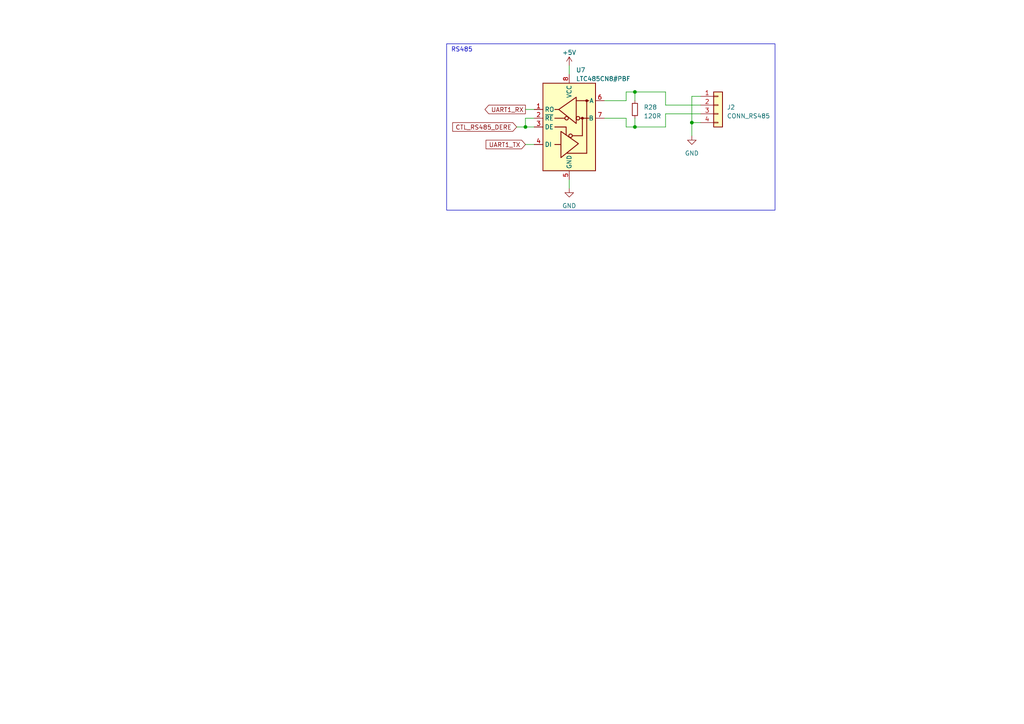
<source format=kicad_sch>
(kicad_sch (version 20230121) (generator eeschema)
  (paper "A4")
  (lib_symbols
    (symbol "Connector_Generic:Conn_01x04" (pin_names (offset 1.016) hide)
      (property "Reference" "J" (at 0 5.08 0))
      (property "Value" "Conn_01x04" (at 0 -7.62 0))
      (symbol "Conn_01x04_1_1"
        (rectangle (start -1.27 -4.953) (end 0 -5.207) (stroke (width 0.1524)))
        (rectangle (start -1.27 -2.413) (end 0 -2.667) (stroke (width 0.1524)))
        (rectangle (start -1.27 0.127) (end 0 -0.127) (stroke (width 0.1524)))
        (rectangle (start -1.27 2.667) (end 0 2.413) (stroke (width 0.1524)))
        (rectangle (start -1.27 3.81) (end 1.27 -6.35) (stroke (width 0.254)) (fill (type background)))
        (pin passive line (at -5.08 2.54 0) (length 3.81) (name "Pin_1") (number "1"))
        (pin passive line (at -5.08 0 0) (length 3.81) (name "Pin_2") (number "2"))
        (pin passive line (at -5.08 -2.54 0) (length 3.81) (name "Pin_3") (number "3"))
        (pin passive line (at -5.08 -5.08 0) (length 3.81) (name "Pin_4") (number "4"))
      )
    )
    (symbol "Device:R_Small" (pin_numbers hide) (pin_names (offset 0.254) hide)
      (property "Reference" "R" (at 0.762 0.508 0))
      (property "Value" "R_Small" (at 0.762 -1.016 0))
      (symbol "R_Small_0_1"
        (rectangle (start -0.762 1.778) (end 0.762 -1.778) (stroke (width 0.2032)))
      )
      (symbol "R_Small_1_1"
        (pin passive line (at 0 2.54 270) (length 0.762) (name "~") (number "1"))
        (pin passive line (at 0 -2.54 90) (length 0.762) (name "~") (number "2"))
      )
    )
    (symbol "Interface_UART:LT1785xN8"
      (property "Reference" "U" (at -6.985 13.97 0))
      (property "Value" "LT1785xN8" (at 6.35 13.97 0))
      (symbol "LT1785xN8_0_1"
        (rectangle (start -7.62 12.7) (end 7.62 -12.7) (stroke (width 0.254)) (fill (type background)))
      )
      (symbol "LT1785xN8_1_1"
        (circle (center -0.762 2.54) (radius 0.508) (stroke (width 0.254)))
        (polyline (pts (xy -4.191 2.54) (xy -1.27 2.54)) (stroke (width 0.254)))
        (polyline (pts (xy -2.54 -5.08) (xy -4.191 -5.08)) (stroke (width 0.254)))
        (polyline (pts (xy -0.635 -7.62) (xy 5.08 -7.62)) (stroke (width 0.254)))
        (polyline (pts (xy 0.889 -2.54) (xy 3.81 -2.54)) (stroke (width 0.254)))
        (polyline (pts (xy 2.032 7.62) (xy 5.715 7.62)) (stroke (width 0.254)))
        (polyline (pts (xy 3.048 2.54) (xy 5.715 2.54)) (stroke (width 0.254)))
        (polyline (pts (xy 3.81 -2.54) (xy 3.81 2.54)) (stroke (width 0.254)))
        (polyline (pts (xy 5.08 -7.62) (xy 5.08 7.62)) (stroke (width 0.254)))
        (polyline (pts (xy -4.191 0) (xy -0.889 0) (xy -0.889 -2.286)) (stroke (width 0.254)))
        (polyline (pts (xy -3.175 5.08) (xy -4.191 5.08) (xy -4.064 5.08)) (stroke (width 0.254)))
        (polyline (pts (xy -2.413 -5.08) (xy -2.413 -1.27) (xy 2.667 -4.826) (xy -2.413 -8.89) (xy -2.413 -5.08)) (stroke (width 0.254)))
        (polyline (pts (xy 2.032 4.826) (xy 2.032 8.636) (xy -3.048 5.08) (xy 2.032 1.016) (xy 2.032 4.826)) (stroke (width 0.254)))
        (circle (center 0.381 -2.54) (radius 0.508) (stroke (width 0.254)))
        (circle (center 2.54 2.54) (radius 0.508) (stroke (width 0.254)))
        (circle (center 3.81 2.54) (radius 0.2794) (stroke (width 0.254)) (fill (type outline)))
        (circle (center 5.08 7.62) (radius 0.2794) (stroke (width 0.254)) (fill (type outline)))
        (pin output line (at -10.16 5.08 0) (length 2.54) (name "RO") (number "1"))
        (pin input line (at -10.16 2.54 0) (length 2.54) (name "~{RE}") (number "2"))
        (pin input line (at -10.16 0 0) (length 2.54) (name "DE") (number "3"))
        (pin input line (at -10.16 -5.08 0) (length 2.54) (name "DI") (number "4"))
        (pin power_in line (at 0 -15.24 90) (length 2.54) (name "GND") (number "5"))
        (pin bidirectional line (at 10.16 7.62 180) (length 2.54) (name "A") (number "6"))
        (pin bidirectional line (at 10.16 2.54 180) (length 2.54) (name "B") (number "7"))
        (pin power_in line (at 0 15.24 270) (length 2.54) (name "VCC") (number "8"))
      )
    )
    (symbol "power:+5V" (power) (pin_names (offset 0))
      (property "Value" "+5V" (at 0 3.556 0))
      (symbol "+5V_0_1"
        (polyline (pts (xy -0.762 1.27) (xy 0 2.54)))
        (polyline (pts (xy 0 0) (xy 0 2.54)))
        (polyline (pts (xy 0 2.54) (xy 0.762 1.27)))
      )
      (symbol "+5V_1_1"
        (pin power_in line (at 0 0 90) (length 0) hide (name "+5V") (number "1"))
      )
    )
    (symbol "power:GND" (power) (pin_names (offset 0))
      (property "Value" "GND" (at 0 -3.81 0))
      (symbol "GND_0_1"
        (polyline (pts (xy 0 0) (xy 0 -1.27) (xy 1.27 -1.27) (xy 0 -2.54) (xy -1.27 -1.27) (xy 0 -1.27)))
      )
      (symbol "GND_1_1"
        (pin power_in line (at 0 0 270) (length 0) hide (name "GND") (number "1"))
      )
    )
  )
  (junction (at 184.15 26.67))
  (junction (at 152.4 36.83))
  (junction (at 184.15 36.83))
  (junction (at 200.66 35.56))
  (wire (pts (xy 175.26 34.29) (xy 181.61 34.29)))
  (wire (pts (xy 175.26 29.21) (xy 181.61 29.21)))
  (wire (pts (xy 165.1 54.61) (xy 165.1 52.07)))
  (wire (pts (xy 193.04 36.83) (xy 184.15 36.83)))
  (wire (pts (xy 181.61 34.29) (xy 181.61 36.83)))
  (wire (pts (xy 165.1 19.05) (xy 165.1 21.59)))
  (wire (pts (xy 152.4 36.83) (xy 154.94 36.83)))
  (wire (pts (xy 184.15 36.83) (xy 184.15 34.29)))
  (wire (pts (xy 184.15 26.67) (xy 184.15 29.21)))
  (wire (pts (xy 200.66 35.56) (xy 203.2 35.56)))
  (wire (pts (xy 203.2 27.94) (xy 200.66 27.94)))
  (wire (pts (xy 193.04 33.02) (xy 203.2 33.02)))
  (wire (pts (xy 193.04 26.67) (xy 184.15 26.67)))
  (wire (pts (xy 181.61 36.83) (xy 184.15 36.83)))
  (wire (pts (xy 200.66 27.94) (xy 200.66 35.56)))
  (wire (pts (xy 181.61 29.21) (xy 181.61 26.67)))
  (wire (pts (xy 154.94 34.29) (xy 152.4 34.29)))
  (wire (pts (xy 181.61 26.67) (xy 184.15 26.67)))
  (wire (pts (xy 152.4 31.75) (xy 154.94 31.75)))
  (wire (pts (xy 193.04 26.67) (xy 193.04 30.48)))
  (wire (pts (xy 152.4 41.91) (xy 154.94 41.91)))
  (wire (pts (xy 193.04 30.48) (xy 203.2 30.48)))
  (wire (pts (xy 193.04 33.02) (xy 193.04 36.83)))
  (wire (pts (xy 200.66 35.56) (xy 200.66 39.37)))
  (wire (pts (xy 152.4 34.29) (xy 152.4 36.83)))
  (wire (pts (xy 149.86 36.83) (xy 152.4 36.83)))
  (rectangle (start 129.54 12.7) (end 224.79 60.96))
  (text "RS485" (at 130.81 15.24 0) (effects (font (size 1.27 1.27)) (justify left bottom)))
  (global_label "UART1_RX" (shape output) (at 152.4 31.75 180) (property "Intersheetrefs" "${INTERSHEET_REFS}" (effects hide)))
  (global_label "CTL_RS485_DERE" (shape input) (at 149.86 36.83 180) (property "Intersheetrefs" "${INTERSHEET_REFS}" (effects hide)))
  (global_label "UART1_TX" (shape input) (at 152.4 41.91 180) (property "Intersheetrefs" "${INTERSHEET_REFS}" (effects hide)))
  (symbol (lib_id "power:GND") (at 200.66 39.37 0) (unit 1)
    (property "Reference" "#PWR051" (effects hide))
    (property "Value" "GND" (at 200.66 44.45 0))
    (instances (project "SatelliteController" (path "" (reference "#PWR051") (unit 1)) (path "" (reference "#PWR059") (unit 1))))
  )
  (symbol (lib_id "power:+5V") (at 165.1 19.05 0) (unit 1)
    (property "Reference" "#PWR048" (effects hide))
    (property "Value" "+5V" (at 165.1 15.24 0))
    (instances (project "SatelliteController" (path "" (reference "#PWR048") (unit 1)) (path "" (reference "#PWR056") (unit 1))))
  )
  (symbol (lib_id "Device:R_Small") (at 184.15 31.75 180) (unit 1)
    (property "Reference" "R28" (at 186.69 31.115 0) (effects (justify right)))
    (property "Value" "120R" (at 186.69 33.655 0) (effects (justify right)))
    (property "Footprint" "Resistor_SMD:R_0603_1608Metric_Pad0.98x0.95mm_HandSolder" (effects hide))
    (property "Datasheet" "https://www.chip1stop.com/view/dispDetail/DispDetail?partId=ROHM-0040116" (effects hide))
    (instances (project "SatelliteController" (path "" (reference "R28") (unit 1)) (path "" (reference "R26") (unit 1))))
  )
  (symbol (lib_id "Connector_Generic:Conn_01x04") (at 208.28 30.48 0) (unit 1)
    (property "Reference" "J2" (at 210.82 31.115 0) (effects (justify left)))
    (property "Value" "CONN_RS485" (at 210.82 33.655 0) (effects (justify left)))
    (property "Footprint" "TSRP_TerminalBlock_Alphaplus:TB401-1-4-E" (effects hide))
    (property "Datasheet" "https://akizukidenshi.com/catalog/g/gP-07756/" (effects hide))
    (instances (project "SatelliteController" (path "" (reference "J2") (unit 1)) (path "" (reference "J15") (unit 1))))
  )
  (symbol (lib_id "Interface_UART:LT1785xN8") (at 165.1 36.83 0) (unit 1)
    (property "Reference" "U7" (at 167.0559 20.32 0) (effects (justify left)))
    (property "Value" "LTC485CN8#PBF" (at 167.0559 22.86 0) (effects (justify left)))
    (property "Footprint" "Package_DIP:DIP-8_W7.62mm" (effects hide))
    (property "Datasheet" "https://akizukidenshi.com/catalog/g/gI-02792/" (effects hide))
    (instances (project "SatelliteController" (path "" (reference "U7") (unit 1)) (path "" (reference "U8") (unit 1))))
  )
  (symbol (lib_id "power:GND") (at 165.1 54.61 0) (unit 1)
    (property "Reference" "#PWR049" (effects hide))
    (property "Value" "GND" (at 165.1 59.69 0))
    (instances (project "SatelliteController" (path "" (reference "#PWR049") (unit 1)) (path "" (reference "#PWR061") (unit 1))))
  )
)
</source>
